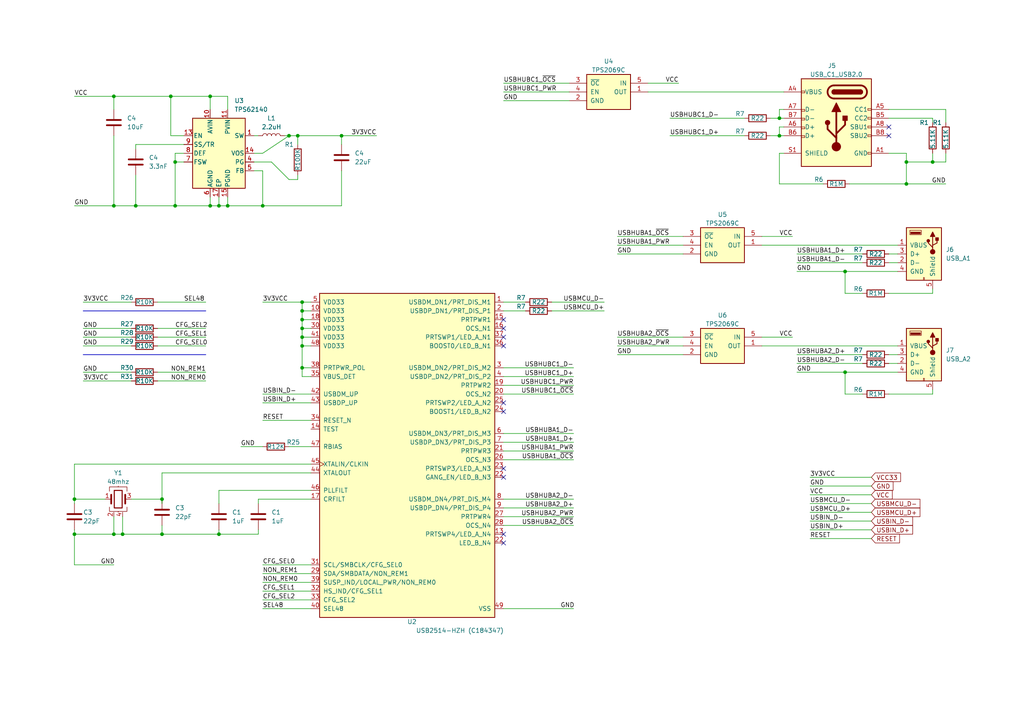
<source format=kicad_sch>
(kicad_sch (version 20230121) (generator eeschema)
  (paper "A4")
  (lib_symbols
    (symbol "Connector:USB_A" (pin_names (offset 1.016))
      (property "Reference" "J6" (at 6.35 1.27 0))
      (property "Value" "USB_A" (at 6.35 -1.27 0))
      (symbol "USB_A_0_1"
        (rectangle (start -5.08 7.62) (end 5.08 -7.62) (stroke (width 0.254)) (fill (type background)))
        (rectangle (start -3.81 6.35) (end -1.016 5.842) (fill (type outline)))
        (rectangle (start -0.762 5.588) (end -4.064 6.858))
        (rectangle (start -0.127 -7.62) (end 0.127 -6.858))
        (polyline (pts (xy 1.905 5.08) (xy 3.175 5.08) (xy 2.54 6.35) (xy 1.905 5.08)) (stroke (width 0.254)) (fill (type outline)))
        (polyline (pts (xy 2.54 1.27) (xy 2.54 1.905) (xy 1.27 3.175) (xy 1.27 3.81)) (stroke (width 0.254)))
        (polyline (pts (xy 2.54 1.905) (xy 2.54 2.54) (xy 3.81 3.175) (xy 3.81 4.445)) (stroke (width 0.254)))
        (circle (center 1.27 3.81) (radius 0.381) (stroke (width 0.254)) (fill (type outline)))
        (circle (center 2.54 0.635) (radius 0.635) (stroke (width 0.254)) (fill (type outline)))
        (rectangle (start 3.429 4.699) (end 4.191 3.937) (stroke (width 0.254)) (fill (type outline)))
      )
      (symbol "USB_A_1_1"
        (polyline (pts (xy 2.54 2.54) (xy 2.54 5.08)) (stroke (width 0.254)))
        (pin power_in line (at -7.62 2.54 0) (length 2.54) (name "VBUS") (number "1"))
        (pin bidirectional line (at -7.62 -2.54 0) (length 2.54) (name "D-") (number "2"))
        (pin bidirectional line (at -7.62 0 0) (length 2.54) (name "D+") (number "3"))
        (pin power_in line (at -7.62 -5.08 0) (length 2.54) (name "GND") (number "4"))
        (pin passive line (at 2.54 -10.16 90) (length 2.54) (name "Shield") (number "5"))
      )
    )
    (symbol "Connector:USB_C_Receptacle_USB2.0" (pin_names (offset 1.016))
      (property "Reference" "J5" (at -1.27 15.24 0))
      (property "Value" "USB_C1_USB2.0" (at 0 13.97 0))
      (symbol "USB_C_Receptacle_USB2.0_0_0"
        (rectangle (start -10.16 3.81) (end -9.144 3.302))
        (rectangle (start -10.16 8.636) (end -9.144 9.144))
        (rectangle (start -9.144 -3.81) (end -10.16 -4.318))
        (rectangle (start -9.144 -1.27) (end -10.16 -1.778))
        (rectangle (start -9.144 1.27) (end -10.16 0.762))
        (rectangle (start 10.16 -9.144) (end 9.144 -8.636))
        (rectangle (start 10.16 -3.556) (end 9.144 -4.064))
        (rectangle (start 10.16 -1.016) (end 9.144 -1.524))
        (rectangle (start 10.16 1.524) (end 9.144 1.016))
        (rectangle (start 10.16 4.064) (end 9.144 3.556))
      )
      (symbol "USB_C_Receptacle_USB2.0_0_1"
        (rectangle (start -10.16 12.7) (end 10.16 -12.7) (stroke (width 0.254)) (fill (type background)))
        (circle (center -2.54 0) (radius 0.635) (stroke (width 0.254)) (fill (type outline)))
        (arc (start -0.635 9.525) (mid -1.2673 8.89) (end -0.635 8.255) (stroke (width 0.254)))
        (arc (start -0.635 9.525) (mid -1.2673 8.89) (end -0.635 8.255) (stroke (width 0.254)) (fill (type outline)))
        (arc (start -0.635 10.795) (mid -2.5317 8.89) (end -0.635 6.985) (stroke (width 0.508)))
        (circle (center 0 -6.985) (radius 1.27) (fill (type outline)))
        (polyline (pts (xy -0.635 10.795) (xy 6.985 10.795)) (stroke (width 0.508)))
        (polyline (pts (xy 0 -6.985) (xy 0 3.175)) (stroke (width 0.508)))
        (polyline (pts (xy 6.985 6.985) (xy -0.635 6.985)) (stroke (width 0.508)))
        (polyline (pts (xy 0 -4.445) (xy -2.54 -1.905) (xy -2.54 -0.635)) (stroke (width 0.508)))
        (polyline (pts (xy 0 -3.175) (xy 2.54 -0.635) (xy 2.54 0.635)) (stroke (width 0.508)))
        (polyline (pts (xy -1.27 3.175) (xy 0 5.715) (xy 1.27 3.175) (xy -1.27 3.175)) (stroke (width 0.254)) (fill (type outline)))
        (rectangle (start 1.905 0.635) (end 3.175 1.905) (stroke (width 0.254)) (fill (type outline)))
        (arc (start 6.985 6.985) (mid 8.8817 8.89) (end 6.985 10.795) (stroke (width 0.508)))
        (rectangle (start 6.985 8.255) (end -0.635 9.525) (stroke (width 0.254)) (fill (type outline)))
        (arc (start 6.985 8.255) (mid 7.6173 8.89) (end 6.985 9.525) (stroke (width 0.254)))
        (arc (start 6.985 8.255) (mid 7.6173 8.89) (end 6.985 9.525) (stroke (width 0.254)) (fill (type outline)))
      )
      (symbol "USB_C_Receptacle_USB2.0_1_1"
        (pin passive line (at 15.24 -8.89 180) (length 5.08) (name "GND") (number "A1"))
        (pin passive line (at 15.24 -8.89 180) (length 5.08) hide (name "GND") (number "A12"))
        (pin passive line (at -15.24 8.89 0) (length 5.08) (name "VBUS") (number "A4"))
        (pin bidirectional line (at 15.24 3.81 180) (length 5.08) (name "CC1") (number "A5"))
        (pin bidirectional line (at -15.24 -1.27 0) (length 5.08) (name "D+") (number "A6"))
        (pin bidirectional line (at -15.24 3.81 0) (length 5.08) (name "D-") (number "A7"))
        (pin bidirectional line (at 15.24 -1.27 180) (length 5.08) (name "SBU1") (number "A8"))
        (pin passive line (at -15.24 8.89 0) (length 5.08) hide (name "VBUS") (number "A9"))
        (pin passive line (at 15.24 -8.89 180) (length 5.08) hide (name "GND") (number "B1"))
        (pin passive line (at 15.24 -8.89 180) (length 5.08) hide (name "GND") (number "B12"))
        (pin passive line (at -15.24 8.89 0) (length 5.08) hide (name "VBUS") (number "B4"))
        (pin bidirectional line (at 15.24 1.27 180) (length 5.08) (name "CC2") (number "B5"))
        (pin bidirectional line (at -15.24 -3.81 0) (length 5.08) (name "D+") (number "B6"))
        (pin bidirectional line (at -15.24 1.27 0) (length 5.08) (name "D-") (number "B7"))
        (pin bidirectional line (at 15.24 -3.81 180) (length 5.08) (name "SBU2") (number "B8"))
        (pin passive line (at -15.24 8.89 0) (length 5.08) hide (name "VBUS") (number "B9"))
        (pin passive line (at -15.24 -8.89 0) (length 5.08) (name "SHIELD") (number "S1"))
      )
    )
    (symbol "Device:C" (pin_numbers hide) (pin_names (offset 0.254))
      (property "Reference" "C" (at 0.635 2.54 0))
      (property "Value" "C" (at 0.635 -2.54 0))
      (symbol "C_0_1"
        (polyline (pts (xy -2.032 -0.762) (xy 2.032 -0.762)) (stroke (width 0.508)))
        (polyline (pts (xy -2.032 0.762) (xy 2.032 0.762)) (stroke (width 0.508)))
      )
      (symbol "C_1_1"
        (pin passive line (at 0 3.81 270) (length 2.794) (name "~") (number "1"))
        (pin passive line (at 0 -3.81 90) (length 2.794) (name "~") (number "2"))
      )
    )
    (symbol "Device:Crystal_GND24" (pin_names (offset 1.016) hide)
      (property "Reference" "Y1" (at 11.43 4.1909 0))
      (property "Value" "Crystal_GND24" (at 11.43 1.6509 0))
      (symbol "Crystal_GND24_0_1"
        (rectangle (start -1.143 2.54) (end 1.143 -2.54) (stroke (width 0.3048)))
        (polyline (pts (xy -2.54 0) (xy -2.032 0)))
        (polyline (pts (xy -2.032 -1.27) (xy -2.032 1.27)) (stroke (width 0.508)))
        (polyline (pts (xy 0 -3.81) (xy 0 -3.556)))
        (polyline (pts (xy 0 3.556) (xy 0 3.81)))
        (polyline (pts (xy 2.032 -1.27) (xy 2.032 1.27)) (stroke (width 0.508)))
        (polyline (pts (xy 2.032 0) (xy 2.54 0)))
        (polyline (pts (xy -2.54 -2.286) (xy -2.54 -3.556) (xy 2.54 -3.556) (xy 2.54 -2.286)))
        (polyline (pts (xy -2.54 2.286) (xy -2.54 3.556) (xy 2.54 3.556) (xy 2.54 2.286)))
      )
      (symbol "Crystal_GND24_1_1"
        (pin passive line (at -3.81 0 0) (length 1.27) (name "1") (number "1"))
        (pin passive line (at -1.27 -5.08 90) (length 1.27) (name "2") (number "2"))
        (pin passive line (at 3.81 0 180) (length 1.27) (name "3") (number "3"))
        (pin passive line (at 1.27 -5.08 90) (length 1.27) (name "4") (number "4"))
      )
    )
    (symbol "Device:L" (pin_numbers hide) (pin_names (offset 1.016) hide)
      (property "Reference" "L" (at -1.27 0 90))
      (property "Value" "L" (at 1.905 0 90))
      (symbol "L_0_1"
        (arc (start 0 -2.54) (mid 0.6323 -1.905) (end 0 -1.27))
        (arc (start 0 -1.27) (mid 0.6323 -0.635) (end 0 0))
        (arc (start 0 0) (mid 0.6323 0.635) (end 0 1.27))
        (arc (start 0 1.27) (mid 0.6323 1.905) (end 0 2.54))
      )
      (symbol "L_1_1"
        (pin passive line (at 0 3.81 270) (length 1.27) (name "1") (number "1"))
        (pin passive line (at 0 -3.81 90) (length 1.27) (name "2") (number "2"))
      )
    )
    (symbol "Device:R" (pin_numbers hide) (pin_names (offset 0))
      (property "Reference" "R" (at 2.032 0 90))
      (property "Value" "R" (at 0 0 90))
      (symbol "R_0_1"
        (rectangle (start -1.016 -2.54) (end 1.016 2.54) (stroke (width 0.254)))
      )
      (symbol "R_1_1"
        (pin passive line (at 0 3.81 270) (length 1.27) (name "~") (number "1"))
        (pin passive line (at 0 -3.81 90) (length 1.27) (name "~") (number "2"))
      )
    )
    (symbol "Interface_USB:USB2514B_Bi" (pin_names (offset 1.016))
      (property "Reference" "U2" (at 0 -48.26 0))
      (property "Value" "USB2514-HZH (C184347)" (at 2.54 -50.8 0))
      (symbol "USB2514B_Bi_0_1"
        (rectangle (start -25.4 46.99) (end 25.4 -46.99) (stroke (width 0.254)) (fill (type background)))
      )
      (symbol "USB2514B_Bi_1_1"
        (pin bidirectional line (at 27.94 44.45 180) (length 2.54) (name "USBDM_DN1/PRT_DIS_M1") (number "1"))
        (pin power_in line (at -27.94 41.91 0) (length 2.54) (name "VDD33") (number "10"))
        (pin bidirectional line (at 27.94 -22.86 180) (length 2.54) (name "PRTSWP4/LED_A_N4") (number "13"))
        (pin input line (at -27.94 7.62 0) (length 2.54) (name "TEST") (number "14"))
        (pin bidirectional line (at 27.94 39.37 180) (length 2.54) (name "PRTPWR1") (number "15"))
        (pin input line (at 27.94 36.83 180) (length 2.54) (name "OCS_N1") (number "16"))
        (pin input line (at -27.94 -12.7 0) (length 2.54) (name "CRFILT") (number "17"))
        (pin power_in line (at -27.94 39.37 0) (length 2.54) (name "VDD33") (number "18"))
        (pin bidirectional line (at 27.94 20.32 180) (length 2.54) (name "PRTPWR2") (number "19"))
        (pin bidirectional line (at 27.94 41.91 180) (length 2.54) (name "USBDP_DN1/PRT_DIS_P1") (number "2"))
        (pin input line (at 27.94 17.78 180) (length 2.54) (name "OCS_N2") (number "20"))
        (pin bidirectional line (at 27.94 1.27 180) (length 2.54) (name "PRTPWR3") (number "21"))
        (pin bidirectional line (at 27.94 -6.35 180) (length 2.54) (name "GANG_EN/LED_B_N3") (number "22"))
        (pin bidirectional line (at 27.94 -25.4 180) (length 2.54) (name "LED_B_N4") (number "22"))
        (pin bidirectional line (at 27.94 -3.81 180) (length 2.54) (name "PRTSWP3/LED_A_N3") (number "23"))
        (pin bidirectional line (at 27.94 12.7 180) (length 2.54) (name "BOOST1/LED_B_N2") (number "24"))
        (pin bidirectional line (at 27.94 15.24 180) (length 2.54) (name "PRTSWP2/LED_A_N2") (number "25"))
        (pin input line (at 27.94 -1.27 180) (length 2.54) (name "OCS_N3") (number "26"))
        (pin bidirectional line (at 27.94 -17.78 180) (length 2.54) (name "PRTPWR4") (number "27"))
        (pin input line (at 27.94 -20.32 180) (length 2.54) (name "OCS_N4") (number "28"))
        (pin bidirectional line (at -27.94 -34.29 0) (length 2.54) (name "SDA/SMBDATA/NON_REM1") (number "29"))
        (pin bidirectional line (at 27.94 25.4 180) (length 2.54) (name "USBDM_DN2/PRT_DIS_M2") (number "3"))
        (pin power_in line (at -27.94 36.83 0) (length 2.54) (name "VDD33") (number "30"))
        (pin bidirectional line (at -27.94 -31.75 0) (length 2.54) (name "SCL/SMBCLK/CFG_SEL0") (number "31"))
        (pin bidirectional line (at -27.94 -39.37 0) (length 2.54) (name "HS_IND/CFG_SEL1") (number "32"))
        (pin bidirectional line (at -27.94 -41.91 0) (length 2.54) (name "CFG_SEL2") (number "33"))
        (pin input line (at -27.94 10.16 0) (length 2.54) (name "RESET_N") (number "34"))
        (pin input line (at -27.94 22.86 0) (length 2.54) (name "VBUS_DET") (number "35"))
        (pin bidirectional line (at 27.94 31.75 180) (length 2.54) (name "BOOST0/LED_B_N1") (number "36"))
        (pin bidirectional line (at 27.94 34.29 180) (length 2.54) (name "PRTSWP1/LED_A_N1") (number "37"))
        (pin input line (at -27.94 25.4 0) (length 2.54) (name "PRTPWR_POL") (number "38"))
        (pin bidirectional line (at -27.94 -36.83 0) (length 2.54) (name "SUSP_IND/LOCAL_PWR/NON_REM0") (number "39"))
        (pin bidirectional line (at 27.94 22.86 180) (length 2.54) (name "USBDP_DN2/PRT_DIS_P2") (number "4"))
        (pin bidirectional line (at -27.94 -44.45 0) (length 2.54) (name "SEL48") (number "40"))
        (pin power_in line (at -27.94 34.29 0) (length 2.54) (name "VDD33") (number "41"))
        (pin bidirectional line (at -27.94 17.78 0) (length 2.54) (name "USBDM_UP") (number "42"))
        (pin bidirectional line (at -27.94 15.24 0) (length 2.54) (name "USBDP_UP") (number "43"))
        (pin output line (at -27.94 -5.08 0) (length 2.54) (name "XTALOUT") (number "44"))
        (pin input clock (at -27.94 -2.54 0) (length 2.54) (name "XTALIN/CLKIN") (number "45"))
        (pin input line (at -27.94 -10.16 0) (length 2.54) (name "PLLFILT") (number "46"))
        (pin input line (at -27.94 2.54 0) (length 2.54) (name "RBIAS") (number "47"))
        (pin power_in line (at -27.94 31.75 0) (length 2.54) (name "VDD33") (number "48"))
        (pin power_in line (at 27.94 -44.45 180) (length 2.54) (name "VSS") (number "49"))
        (pin power_in line (at -27.94 44.45 0) (length 2.54) (name "VDD33") (number "5"))
        (pin bidirectional line (at 27.94 6.35 180) (length 2.54) (name "USBDM_DN3/PRT_DIS_M3") (number "6"))
        (pin bidirectional line (at 27.94 3.81 180) (length 2.54) (name "USBDP_DN3/PRT_DIS_P3") (number "7"))
        (pin bidirectional line (at 27.94 -12.7 180) (length 2.54) (name "USBDM_DN4/PRT_DIS_M4") (number "8"))
        (pin bidirectional line (at 27.94 -15.24 180) (length 2.54) (name "USBDP_DN4/PRT_DIS_P4") (number "9"))
      )
    )
    (symbol "Power_Management:TPS2041B" (pin_names (offset 1.016))
      (property "Reference" "U4" (at 0 8.89 0))
      (property "Value" "TPS2069C" (at 0 6.35 0))
      (symbol "TPS2041B_0_1"
        (rectangle (start -6.35 5.08) (end 6.35 -5.08) (stroke (width 0.254)) (fill (type background)))
      )
      (symbol "TPS2041B_1_1"
        (pin power_out line (at 11.43 0 180) (length 5.08) (name "OUT") (number "1"))
        (pin power_in line (at -11.43 -2.54 0) (length 5.08) (name "GND") (number "2"))
        (pin open_collector line (at -11.43 2.54 0) (length 5.08) (name "~{OC}") (number "3"))
        (pin input line (at -11.43 0 0) (length 5.08) (name "EN") (number "4"))
        (pin power_in line (at 11.43 2.54 180) (length 5.08) (name "IN") (number "5"))
      )
    )
    (symbol "R_1" (pin_numbers hide) (pin_names (offset 0))
      (property "Reference" "R35" (at -1.27 2.54 90))
      (property "Value" "5.11K" (at 0 -3.81 90))
      (symbol "R_1_0_1"
        (rectangle (start -1.016 2.54) (end 1.016 -3.81) (stroke (width 0.254)))
      )
      (symbol "R_1_1_1"
        (pin passive line (at 0 3.81 270) (length 1.27) (name "~") (number "1"))
        (pin passive line (at 0 -5.08 90) (length 1.27) (name "~") (number "2"))
      )
    )
    (symbol "Regulator_Switching:TPS62140" (pin_names (offset 0.254))
      (property "Reference" "U" (at 3.81 13.97 0))
      (property "Value" "TPS62140" (at 3.81 11.43 0))
      (symbol "TPS62140_0_1"
        (rectangle (start -7.62 10.16) (end 7.62 -10.16) (stroke (width 0.254)) (fill (type background)))
      )
      (symbol "TPS62140_1_1"
        (pin output line (at 10.16 5.08 180) (length 2.54) (name "SW") (number "1"))
        (pin power_in line (at -2.54 12.7 270) (length 2.54) (name "AVIN") (number "10"))
        (pin power_in line (at 2.54 12.7 270) (length 2.54) (name "PVIN") (number "11"))
        (pin passive line (at 2.54 12.7 270) (length 2.54) hide (name "PVIN") (number "12"))
        (pin input line (at -10.16 5.08 0) (length 2.54) (name "EN") (number "13"))
        (pin input line (at 10.16 0 180) (length 2.54) (name "VOS") (number "14"))
        (pin power_in line (at 2.54 -12.7 90) (length 2.54) (name "PGND") (number "15"))
        (pin passive line (at 2.54 -12.7 90) (length 2.54) hide (name "PGND") (number "16"))
        (pin power_in line (at 0 -12.7 90) (length 2.54) (name "EP") (number "17"))
        (pin passive line (at 10.16 5.08 180) (length 2.54) hide (name "SW") (number "2"))
        (pin passive line (at 10.16 5.08 180) (length 2.54) hide (name "SW") (number "3"))
        (pin open_collector line (at 10.16 -2.54 180) (length 2.54) (name "PG") (number "4"))
        (pin input line (at 10.16 -5.08 180) (length 2.54) (name "FB") (number "5"))
        (pin power_in line (at -2.54 -12.7 90) (length 2.54) (name "AGND") (number "6"))
        (pin input line (at -10.16 -2.54 0) (length 2.54) (name "FSW") (number "7"))
        (pin input line (at -10.16 0 0) (length 2.54) (name "DEF") (number "8"))
        (pin input line (at -10.16 2.54 0) (length 2.54) (name "SS/TR") (number "9"))
      )
    )
  )
  (junction (at 21.59 154.94))
  (junction (at 60.96 59.69))
  (junction (at 87.63 106.68))
  (junction (at 39.37 59.69))
  (junction (at 87.63 90.17))
  (junction (at 245.11 78.74))
  (junction (at 50.8 59.69))
  (junction (at 33.02 154.94))
  (junction (at 87.63 97.79))
  (junction (at 226.06 34.29))
  (junction (at 99.06 39.37))
  (junction (at 87.63 92.71))
  (junction (at 50.8 46.99))
  (junction (at 226.06 39.37))
  (junction (at 60.96 27.94))
  (junction (at 83.82 39.37))
  (junction (at 46.99 154.94))
  (junction (at 63.5 154.94))
  (junction (at 87.63 95.25))
  (junction (at 35.56 154.94))
  (junction (at 33.02 27.94))
  (junction (at 66.04 59.69))
  (junction (at 63.5 59.69))
  (junction (at 49.53 27.94))
  (junction (at 33.02 59.69))
  (junction (at 270.51 46.99))
  (junction (at 21.59 144.78))
  (junction (at 87.63 87.63))
  (junction (at 245.11 107.95))
  (junction (at 262.89 53.34))
  (junction (at 87.63 100.33))
  (junction (at 86.36 39.37))
  (junction (at 46.99 144.78))
  (junction (at 262.89 46.99))
  (junction (at 76.2 59.69))
  (no_connect (at 146.05 97.79))
  (no_connect (at 146.05 119.38))
  (no_connect (at 146.05 92.71))
  (no_connect (at 146.05 154.94))
  (no_connect (at 146.05 116.84))
  (no_connect (at 257.81 36.83))
  (no_connect (at 146.05 95.25))
  (no_connect (at 146.05 135.89))
  (no_connect (at 146.05 138.43))
  (no_connect (at 257.81 39.37))
  (no_connect (at 146.05 157.48))
  (no_connect (at 146.05 100.33))
  (wire (pts (xy 76.2 116.84) (xy 90.17 116.84)))
  (wire (pts (xy 66.04 31.75) (xy 66.04 27.94)))
  (wire (pts (xy 90.17 92.71) (xy 87.63 92.71)))
  (wire (pts (xy 21.59 144.78) (xy 30.48 144.78)))
  (wire (pts (xy 245.11 85.09) (xy 245.11 78.74)))
  (wire (pts (xy 63.5 142.24) (xy 63.5 146.05)))
  (wire (pts (xy 187.96 26.67) (xy 227.33 26.67)))
  (wire (pts (xy 187.96 24.13) (xy 196.85 24.13)))
  (wire (pts (xy 227.33 39.37) (xy 226.06 39.37)))
  (wire (pts (xy 179.07 97.79) (xy 198.12 97.79)))
  (wire (pts (xy 69.85 129.54) (xy 76.2 129.54)))
  (wire (pts (xy 63.5 154.94) (xy 46.99 154.94)))
  (wire (pts (xy 226.06 53.34) (xy 238.76 53.34)))
  (wire (pts (xy 83.82 129.54) (xy 90.17 129.54)))
  (wire (pts (xy 146.05 114.3) (xy 166.37 114.3)))
  (wire (pts (xy 257.81 114.3) (xy 270.51 114.3)))
  (wire (pts (xy 223.52 39.37) (xy 226.06 39.37)))
  (wire (pts (xy 245.11 78.74) (xy 260.35 78.74)))
  (wire (pts (xy 99.06 39.37) (xy 109.22 39.37)))
  (wire (pts (xy 262.89 46.99) (xy 270.51 46.99)))
  (wire (pts (xy 194.31 34.29) (xy 215.9 34.29)))
  (wire (pts (xy 63.5 57.15) (xy 63.5 59.69)))
  (wire (pts (xy 226.06 31.75) (xy 227.33 31.75)))
  (wire (pts (xy 33.02 149.86) (xy 33.02 154.94)))
  (wire (pts (xy 33.02 27.94) (xy 33.02 31.75)))
  (wire (pts (xy 175.26 90.17) (xy 160.02 90.17)))
  (wire (pts (xy 60.96 31.75) (xy 60.96 27.94)))
  (wire (pts (xy 50.8 44.45) (xy 50.8 46.99)))
  (wire (pts (xy 21.59 59.69) (xy 33.02 59.69)))
  (wire (pts (xy 76.2 168.91) (xy 90.17 168.91)))
  (wire (pts (xy 257.81 85.09) (xy 270.51 85.09)))
  (wire (pts (xy 99.06 49.53) (xy 99.06 59.69)))
  (wire (pts (xy 39.37 50.8) (xy 39.37 59.69)))
  (wire (pts (xy 262.89 46.99) (xy 262.89 44.45)))
  (wire (pts (xy 87.63 106.68) (xy 90.17 106.68)))
  (wire (pts (xy 146.05 125.73) (xy 166.37 125.73)))
  (wire (pts (xy 223.52 34.29) (xy 226.06 34.29)))
  (wire (pts (xy 60.96 59.69) (xy 60.96 57.15)))
  (wire (pts (xy 76.2 49.53) (xy 76.2 59.69)))
  (wire (pts (xy 270.51 85.09) (xy 270.51 83.82)))
  (wire (pts (xy 87.63 109.22) (xy 87.63 106.68)))
  (wire (pts (xy 226.06 36.83) (xy 227.33 36.83)))
  (wire (pts (xy 53.34 39.37) (xy 49.53 39.37)))
  (wire (pts (xy 99.06 41.91) (xy 99.06 39.37)))
  (wire (pts (xy 231.14 78.74) (xy 245.11 78.74)))
  (wire (pts (xy 226.06 44.45) (xy 226.06 53.34)))
  (wire (pts (xy 90.17 142.24) (xy 63.5 142.24)))
  (wire (pts (xy 220.98 100.33) (xy 260.35 100.33)))
  (wire (pts (xy 87.63 100.33) (xy 87.63 106.68)))
  (wire (pts (xy 66.04 27.94) (xy 60.96 27.94)))
  (wire (pts (xy 175.26 87.63) (xy 160.02 87.63)))
  (wire (pts (xy 45.72 97.79) (xy 59.69 97.79)))
  (wire (pts (xy 220.98 71.12) (xy 260.35 71.12)))
  (wire (pts (xy 73.66 44.45) (xy 76.2 44.45)))
  (wire (pts (xy 21.59 27.94) (xy 33.02 27.94)))
  (wire (pts (xy 21.59 134.62) (xy 90.17 134.62)))
  (wire (pts (xy 49.53 39.37) (xy 49.53 27.94)))
  (wire (pts (xy 76.2 114.3) (xy 90.17 114.3)))
  (wire (pts (xy 270.51 34.29) (xy 270.51 35.56)))
  (wire (pts (xy 179.07 100.33) (xy 198.12 100.33)))
  (wire (pts (xy 252.73 153.67) (xy 234.95 153.67)))
  (wire (pts (xy 270.51 114.3) (xy 270.51 113.03)))
  (wire (pts (xy 21.59 146.05) (xy 21.59 144.78)))
  (wire (pts (xy 74.93 39.37) (xy 73.66 39.37)))
  (wire (pts (xy 60.96 27.94) (xy 49.53 27.94)))
  (wire (pts (xy 146.05 176.53) (xy 166.37 176.53)))
  (wire (pts (xy 146.05 90.17) (xy 152.4 90.17)))
  (wire (pts (xy 245.11 107.95) (xy 260.35 107.95)))
  (wire (pts (xy 39.37 59.69) (xy 50.8 59.69)))
  (wire (pts (xy 63.5 153.67) (xy 63.5 154.94)))
  (wire (pts (xy 146.05 106.68) (xy 166.37 106.68)))
  (wire (pts (xy 87.63 97.79) (xy 90.17 97.79)))
  (wire (pts (xy 45.72 95.25) (xy 59.69 95.25)))
  (wire (pts (xy 87.63 90.17) (xy 87.63 92.71)))
  (wire (pts (xy 24.13 95.25) (xy 38.1 95.25)))
  (wire (pts (xy 252.73 138.43) (xy 234.95 138.43)))
  (wire (pts (xy 76.2 171.45) (xy 90.17 171.45)))
  (wire (pts (xy 250.19 114.3) (xy 245.11 114.3)))
  (wire (pts (xy 234.95 151.13) (xy 252.73 151.13)))
  (wire (pts (xy 262.89 53.34) (xy 274.32 53.34)))
  (wire (pts (xy 257.81 102.87) (xy 260.35 102.87)))
  (wire (pts (xy 76.2 176.53) (xy 90.17 176.53)))
  (wire (pts (xy 21.59 154.94) (xy 21.59 153.67)))
  (wire (pts (xy 74.93 154.94) (xy 63.5 154.94)))
  (wire (pts (xy 24.13 107.95) (xy 38.1 107.95)))
  (wire (pts (xy 24.13 87.63) (xy 38.1 87.63)))
  (wire (pts (xy 257.81 76.2) (xy 260.35 76.2)))
  (wire (pts (xy 220.98 97.79) (xy 229.87 97.79)))
  (wire (pts (xy 90.17 144.78) (xy 74.93 144.78)))
  (wire (pts (xy 231.14 105.41) (xy 250.19 105.41)))
  (wire (pts (xy 35.56 149.86) (xy 35.56 154.94)))
  (wire (pts (xy 76.2 87.63) (xy 87.63 87.63)))
  (wire (pts (xy 234.95 156.21) (xy 252.73 156.21)))
  (wire (pts (xy 226.06 34.29) (xy 226.06 31.75)))
  (wire (pts (xy 231.14 102.87) (xy 250.19 102.87)))
  (wire (pts (xy 146.05 133.35) (xy 166.37 133.35)))
  (wire (pts (xy 82.55 39.37) (xy 83.82 39.37)))
  (wire (pts (xy 45.72 110.49) (xy 59.69 110.49)))
  (wire (pts (xy 252.73 140.97) (xy 234.95 140.97)))
  (wire (pts (xy 231.14 107.95) (xy 245.11 107.95)))
  (wire (pts (xy 87.63 87.63) (xy 87.63 90.17)))
  (wire (pts (xy 53.34 46.99) (xy 50.8 46.99)))
  (wire (pts (xy 90.17 95.25) (xy 87.63 95.25)))
  (wire (pts (xy 146.05 152.4) (xy 166.37 152.4)))
  (wire (pts (xy 257.81 31.75) (xy 274.32 31.75)))
  (wire (pts (xy 46.99 144.78) (xy 46.99 137.16)))
  (wire (pts (xy 83.82 52.07) (xy 86.36 52.07)))
  (wire (pts (xy 270.51 44.45) (xy 270.51 46.99)))
  (wire (pts (xy 179.07 68.58) (xy 198.12 68.58)))
  (wire (pts (xy 274.32 31.75) (xy 274.32 35.56)))
  (wire (pts (xy 99.06 59.69) (xy 76.2 59.69)))
  (wire (pts (xy 194.31 39.37) (xy 215.9 39.37)))
  (wire (pts (xy 73.66 49.53) (xy 76.2 49.53)))
  (wire (pts (xy 90.17 87.63) (xy 87.63 87.63)))
  (wire (pts (xy 146.05 149.86) (xy 166.37 149.86)))
  (wire (pts (xy 35.56 154.94) (xy 46.99 154.94)))
  (wire (pts (xy 246.38 53.34) (xy 262.89 53.34)))
  (wire (pts (xy 76.2 121.92) (xy 90.17 121.92)))
  (wire (pts (xy 90.17 109.22) (xy 87.63 109.22)))
  (wire (pts (xy 252.73 146.05) (xy 234.95 146.05)))
  (wire (pts (xy 250.19 85.09) (xy 245.11 85.09)))
  (wire (pts (xy 33.02 154.94) (xy 35.56 154.94)))
  (wire (pts (xy 257.81 73.66) (xy 260.35 73.66)))
  (wire (pts (xy 227.33 44.45) (xy 226.06 44.45)))
  (wire (pts (xy 76.2 163.83) (xy 90.17 163.83)))
  (wire (pts (xy 21.59 163.83) (xy 33.02 163.83)))
  (wire (pts (xy 146.05 128.27) (xy 166.37 128.27)))
  (wire (pts (xy 257.81 34.29) (xy 270.51 34.29)))
  (wire (pts (xy 45.72 87.63) (xy 59.69 87.63)))
  (wire (pts (xy 274.32 44.45) (xy 274.32 46.99)))
  (wire (pts (xy 76.2 44.45) (xy 83.82 39.37)))
  (wire (pts (xy 33.02 39.37) (xy 33.02 59.69)))
  (wire (pts (xy 24.13 110.49) (xy 38.1 110.49)))
  (wire (pts (xy 220.98 68.58) (xy 229.87 68.58)))
  (wire (pts (xy 76.2 166.37) (xy 90.17 166.37)))
  (wire (pts (xy 227.33 34.29) (xy 226.06 34.29)))
  (wire (pts (xy 86.36 41.91) (xy 86.36 39.37)))
  (wire (pts (xy 78.74 46.99) (xy 83.82 52.07)))
  (wire (pts (xy 53.34 41.91) (xy 39.37 41.91)))
  (wire (pts (xy 146.05 111.76) (xy 166.37 111.76)))
  (wire (pts (xy 45.72 107.95) (xy 59.69 107.95)))
  (wire (pts (xy 46.99 152.4) (xy 46.99 154.94)))
  (wire (pts (xy 146.05 29.21) (xy 165.1 29.21)))
  (wire (pts (xy 45.72 100.33) (xy 59.69 100.33)))
  (wire (pts (xy 146.05 130.81) (xy 166.37 130.81)))
  (wire (pts (xy 33.02 27.94) (xy 49.53 27.94)))
  (wire (pts (xy 87.63 100.33) (xy 87.63 97.79)))
  (wire (pts (xy 226.06 39.37) (xy 226.06 36.83)))
  (wire (pts (xy 21.59 134.62) (xy 21.59 144.78)))
  (wire (pts (xy 90.17 100.33) (xy 87.63 100.33)))
  (wire (pts (xy 270.51 46.99) (xy 274.32 46.99)))
  (wire (pts (xy 74.93 144.78) (xy 74.93 146.05)))
  (wire (pts (xy 38.1 144.78) (xy 46.99 144.78)))
  (wire (pts (xy 46.99 146.05) (xy 46.99 144.78)))
  (wire (pts (xy 24.13 100.33) (xy 38.1 100.33)))
  (wire (pts (xy 39.37 41.91) (xy 39.37 43.18)))
  (wire (pts (xy 146.05 144.78) (xy 166.37 144.78)))
  (wire (pts (xy 66.04 57.15) (xy 66.04 59.69)))
  (wire (pts (xy 179.07 73.66) (xy 198.12 73.66)))
  (wire (pts (xy 21.59 154.94) (xy 33.02 154.94)))
  (wire (pts (xy 86.36 52.07) (xy 86.36 50.8)))
  (wire (pts (xy 90.17 90.17) (xy 87.63 90.17)))
  (wire (pts (xy 76.2 59.69) (xy 66.04 59.69)))
  (wire (pts (xy 231.14 73.66) (xy 250.19 73.66)))
  (wire (pts (xy 53.34 44.45) (xy 50.8 44.45)))
  (wire (pts (xy 87.63 95.25) (xy 87.63 97.79)))
  (wire (pts (xy 63.5 59.69) (xy 60.96 59.69)))
  (wire (pts (xy 83.82 39.37) (xy 86.36 39.37)))
  (wire (pts (xy 146.05 147.32) (xy 166.37 147.32)))
  (wire (pts (xy 86.36 39.37) (xy 99.06 39.37)))
  (wire (pts (xy 50.8 59.69) (xy 60.96 59.69)))
  (wire (pts (xy 245.11 114.3) (xy 245.11 107.95)))
  (wire (pts (xy 66.04 59.69) (xy 63.5 59.69)))
  (wire (pts (xy 76.2 173.99) (xy 90.17 173.99)))
  (wire (pts (xy 50.8 46.99) (xy 50.8 59.69)))
  (wire (pts (xy 74.93 153.67) (xy 74.93 154.94)))
  (wire (pts (xy 252.73 143.51) (xy 234.95 143.51)))
  (wire (pts (xy 231.14 76.2) (xy 250.19 76.2)))
  (wire (pts (xy 39.37 59.69) (xy 33.02 59.69)))
  (wire (pts (xy 146.05 26.67) (xy 165.1 26.67)))
  (wire (pts (xy 262.89 46.99) (xy 262.89 53.34)))
  (wire (pts (xy 24.13 97.79) (xy 38.1 97.79)))
  (wire (pts (xy 179.07 71.12) (xy 198.12 71.12)))
  (wire (pts (xy 257.81 105.41) (xy 260.35 105.41)))
  (wire (pts (xy 146.05 24.13) (xy 165.1 24.13)))
  (wire (pts (xy 146.05 109.22) (xy 166.37 109.22)))
  (wire (pts (xy 252.73 148.59) (xy 234.95 148.59)))
  (wire (pts (xy 179.07 102.87) (xy 198.12 102.87)))
  (wire (pts (xy 46.99 137.16) (xy 90.17 137.16)))
  (wire (pts (xy 73.66 46.99) (xy 78.74 46.99)))
  (wire (pts (xy 21.59 154.94) (xy 21.59 163.83)))
  (wire (pts (xy 257.81 44.45) (xy 262.89 44.45)))
  (wire (pts (xy 146.05 87.63) (xy 152.4 87.63)))
  (wire (pts (xy 87.63 92.71) (xy 87.63 95.25)))
  (rectangle (start 24.13 102.87) (end 59.69 102.87) (stroke (width 0.2)))
  (rectangle (start 24.13 90.17) (end 59.69 90.17) (stroke (width 0.2)))
  (label "USBMCU_D-" (at 234.95 146.05 0))
  (label "NON_REM1" (at 49.53 107.95 0))
  (label "USBHUBA2_~{OCS}" (at 179.07 97.79 0))
  (label "GND" (at 274.32 53.34 180))
  (label "3V3VCC" (at 76.2 87.63 0))
  (label "3V3VCC" (at 109.22 39.37 180))
  (label "USBHUBC1_D-" (at 166.37 106.68 180))
  (label "3V3VCC" (at 24.13 110.49 0))
  (label "GND" (at 69.85 129.54 0))
  (label "USBHUBC1_PWR" (at 146.05 26.67 0))
  (label "CFG_SEL2" (at 76.2 173.99 0))
  (label "USBIN_D-" (at 234.95 151.13 0))
  (label "GND" (at 162.56 176.53 0))
  (label "VCC" (at 226.06 97.79 0))
  (label "GND" (at 24.13 95.25 0))
  (label "USBMCU_D+" (at 175.26 90.17 180))
  (label "VCC" (at 196.85 24.13 180))
  (label "USBHUBA1_D-" (at 231.14 76.2 0))
  (label "USBHUBA1_~{OCS}" (at 166.37 133.35 180))
  (label "VCC" (at 21.59 27.94 0))
  (label "USBHUBA1_~{OCS}" (at 179.07 68.58 0))
  (label "CFG_SEL1" (at 76.2 171.45 0))
  (label "GND" (at 179.07 102.87 0))
  (label "GND" (at 231.14 107.95 0))
  (label "GND" (at 231.14 78.74 0))
  (label "GND" (at 234.95 140.97 0))
  (label "CFG_SEL0" (at 76.2 163.83 0))
  (label "NON_REM0" (at 49.53 110.49 0))
  (label "CFG_SEL0" (at 50.8 100.33 0))
  (label "GND" (at 21.59 59.69 0))
  (label "USBHUBA2_D+" (at 231.14 102.87 0))
  (label "GND" (at 179.07 73.66 0))
  (label "USBHUBC1_~{OCS}" (at 146.05 24.13 0))
  (label "USBIN_D+" (at 76.2 116.84 0))
  (label "NON_REM1" (at 76.2 166.37 0))
  (label "3V3VCC" (at 24.13 87.63 0))
  (label "GND" (at 24.13 100.33 0))
  (label "NON_REM0" (at 76.2 168.91 0))
  (label "VCC" (at 234.95 143.51 0))
  (label "RESET" (at 76.2 121.92 0))
  (label "USBIN_D-" (at 76.2 114.3 0))
  (label "RESET" (at 234.95 156.21 0))
  (label "USBHUBC1_PWR" (at 166.37 111.76 180))
  (label "USBHUBA2_D-" (at 166.37 144.78 180))
  (label "USBHUBC1_~{OCS}" (at 166.37 114.3 180))
  (label "USBHUBC1_D+" (at 194.31 39.37 0))
  (label "USBHUBA1_PWR" (at 179.07 71.12 0))
  (label "USBMCU_D-" (at 175.26 87.63 180))
  (label "GND" (at 24.13 107.95 0))
  (label "VCC" (at 229.87 68.58 180))
  (label "USBHUBA1_D-" (at 166.37 125.73 180))
  (label "USBHUBA2_PWR" (at 179.07 100.33 0))
  (label "USBHUBA2_D-" (at 231.14 105.41 0))
  (label "CFG_SEL1" (at 50.8 97.79 0))
  (label "USBHUBA2_PWR" (at 166.37 149.86 180))
  (label "3V3VCC" (at 234.95 138.43 0))
  (label "USBHUBA1_D+" (at 231.14 73.66 0))
  (label "USBHUBA2_~{OCS}" (at 166.37 152.4 180))
  (label "CFG_SEL2" (at 50.8 95.25 0))
  (label "USBHUBA1_PWR" (at 166.37 130.81 180))
  (label "GND" (at 146.05 29.21 0))
  (label "USBHUBC1_D-" (at 194.31 34.29 0))
  (label "SEL48" (at 53.34 87.63 0))
  (label "USBIN_D+" (at 234.95 153.67 0))
  (label "GND" (at 24.13 97.79 0))
  (label "GND" (at 29.21 163.83 0))
  (label "USBHUBA1_D+" (at 166.37 128.27 180))
  (label "USBHUBC1_D+" (at 166.37 109.22 180))
  (label "USBMCU_D+" (at 234.95 148.59 0))
  (label "USBHUBA2_D+" (at 166.37 147.32 180))
  (label "SEL48" (at 76.2 176.53 0))
  (global_label "RESET" (shape input) (at 252.73 156.21 0) (property "Intersheetrefs" "${INTERSHEET_REFS}" (effects hide)))
  (global_label "USBIN_D+" (shape input) (at 252.73 153.67 0) (property "Intersheetrefs" "${INTERSHEET_REFS}" (effects hide)))
  (global_label "USBIN_D-" (shape input) (at 252.73 151.13 0) (property "Intersheetrefs" "${INTERSHEET_REFS}" (effects hide)))
  (global_label "VCC33" (shape input) (at 252.73 138.43 0) (property "Intersheetrefs" "${INTERSHEET_REFS}" (effects hide)))
  (global_label "USBMCU_D+" (shape input) (at 252.73 148.59 0) (property "Intersheetrefs" "${INTERSHEET_REFS}" (effects hide)))
  (global_label "VCC" (shape input) (at 252.73 143.51 0) (property "Intersheetrefs" "${INTERSHEET_REFS}" (effects hide)))
  (global_label "GND" (shape input) (at 252.73 140.97 0) (property "Intersheetrefs" "${INTERSHEET_REFS}" (effects hide)))
  (global_label "USBMCU_D-" (shape input) (at 252.73 146.05 0) (property "Intersheetrefs" "${INTERSHEET_REFS}" (effects hide)))
  (symbol (lib_name "R_1") (lib_id "Device:R") (at 86.36 45.72 0) (unit 1)
    (property "Reference" "R1" (at 82.55 41.91 0) (effects (justify left)))
    (property "Value" "R100K" (at 86.36 49.53 90) (effects (justify left)))
    (property "Footprint" "Resistor_SMD:R_0402_1005Metric" (effects hide))
    (instances (project "keyboard" (path "" (reference "R1") (unit 1)) (path "" (reference "R24") (unit 1)) (path "" (reference "R60") (unit 1))))
  )
  (symbol (lib_name "R_1") (lib_id "Device:R") (at 274.32 39.37 0) (unit 1)
    (property "Reference" "R1" (at 270.51 35.56 0) (effects (justify left)))
    (property "Value" "5.11K" (at 274.32 43.18 90) (effects (justify left)))
    (property "Footprint" "Resistor_SMD:R_0402_1005Metric" (effects hide))
    (instances (project "keyboard" (path "" (reference "R1") (unit 1)) (path "" (reference "R36") (unit 1)) (path "" (reference "R61") (unit 1))))
  )
  (symbol (lib_id "Interface_USB:USB2514B_Bi") (at 118.11 132.08 0) (unit 1)
    (property "Reference" "U2" (at 118.11 180.34 0) (effects (justify left)))
    (property "Value" "USB2514-HZH (C184347)" (at 120.65 182.88 0) (effects (justify left)))
    (property "Footprint" "Package_DFN_QFN:VQFN-48-1EP_7x7mm_P0.5mm_EP4.1x4.1mm_ThermalVias" (effects hide))
    (property "Datasheet" "http://ww1.microchip.com/downloads/en/DeviceDoc/00001692C.pdf" (effects hide))
    (instances (project "keyboard" (path "" (reference "U2") (unit 1)) (path "" (reference "U8") (unit 1))))
  )
  (symbol (lib_id "Device:R") (at 41.91 97.79 90) (unit 1)
    (property "Reference" "R28" (at 36.83 96.52 90))
    (property "Value" "R10K" (at 41.91 97.79 90))
    (property "Footprint" "Resistor_SMD:R_0402_1005Metric" (effects hide))
    (instances (project "keyboard" (path "" (reference "R28") (unit 1)) (path "" (reference "R45") (unit 1))))
  )
  (symbol (lib_id "Power_Management:TPS2041B") (at 209.55 71.12 0) (unit 1)
    (property "Reference" "U5" (at 209.55 62.23 0))
    (property "Value" "TPS2069C" (at 209.55 64.77 0))
    (property "Footprint" "Package_TO_SOT_SMD:SOT-23-5" (effects hide))
    (property "Datasheet" "http://www.ti.com/lit/ds/symlink/tps2041.pdf" (effects hide))
    (instances (project "keyboard" (path "" (reference "U5") (unit 1)) (path "" (reference "U10") (unit 1))))
  )
  (symbol (lib_name "R_1") (lib_id "Device:R") (at 270.51 39.37 0) (unit 1)
    (property "Reference" "R1" (at 266.7 35.56 0) (effects (justify left)))
    (property "Value" "5.11K" (at 270.51 43.18 90) (effects (justify left)))
    (property "Footprint" "Resistor_SMD:R_0402_1005Metric" (effects hide))
    (instances (project "keyboard" (path "" (reference "R1") (unit 1)) (path "" (reference "R35") (unit 1)) (path "" (reference "R60") (unit 1))))
  )
  (symbol (lib_id "Device:R") (at 219.71 39.37 90) (unit 1)
    (property "Reference" "R7" (at 214.63 38.1 90))
    (property "Value" "R22" (at 219.71 39.37 90))
    (property "Footprint" "Resistor_SMD:R_0402_1005Metric" (effects hide))
    (instances (project "keyboard" (path "" (reference "R7") (unit 1)) (path "" (reference "R34") (unit 1)) (path "" (reference "R52") (unit 1))))
  )
  (symbol (lib_id "Device:R") (at 254 105.41 90) (unit 1)
    (property "Reference" "R7" (at 248.92 104.14 90))
    (property "Value" "R22" (at 254 105.41 90))
    (property "Footprint" "Resistor_SMD:R_0402_1005Metric" (effects hide))
    (instances (project "keyboard" (path "" (reference "R7") (unit 1)) (path "" (reference "R40") (unit 1)) (path "" (reference "R58") (unit 1))))
  )
  (symbol (lib_id "Device:L") (at 78.74 39.37 90) (unit 1)
    (property "Reference" "L1" (at 78.74 34.29 90))
    (property "Value" "2.2uH" (at 78.74 36.83 90))
    (property "Footprint" "Inductor_SMD:L_0805_2012Metric" (effects hide))
    (instances (project "keyboard" (path "" (reference "L1") (unit 1)) (path "" (reference "L2") (unit 1))))
  )
  (symbol (lib_id "Device:C") (at 39.37 46.99 0) (unit 1)
    (property "Reference" "C4" (at 43.18 45.72 0) (effects (justify left)))
    (property "Value" "3.3nF" (at 43.18 48.26 0) (effects (justify left)))
    (property "Footprint" "Capacitor_SMD:C_0402_1005Metric" (effects hide))
    (instances (project "keyboard" (path "" (reference "C4") (unit 1)) (path "" (reference "C29") (unit 1)) (path "" (reference "C37") (unit 1))))
  )
  (symbol (lib_id "Connector:USB_C_Receptacle_USB2.0") (at 242.57 35.56 0) (unit 1)
    (property "Reference" "J5" (at 241.3 19.05 0))
    (property "Value" "USB_C1_USB2.0" (at 242.57 21.59 0))
    (property "Footprint" "Connector_USB:USB_C_Receptacle_G-Switch_GT-USB-7010ASV" (effects hide))
    (property "Datasheet" "https://www.usb.org/sites/default/files/documents/usb_type-c.zip" (effects hide))
    (instances (project "keyboard" (path "" (reference "J5") (unit 1)) (path "" (reference "J5") (unit 1)) (path "" (reference "J8") (unit 1))))
  )
  (symbol (lib_id "Device:R") (at 41.91 100.33 90) (unit 1)
    (property "Reference" "R29" (at 36.83 99.06 90))
    (property "Value" "R10K" (at 41.91 100.33 90))
    (property "Footprint" "Resistor_SMD:R_0402_1005Metric" (effects hide))
    (instances (project "keyboard" (path "" (reference "R29") (unit 1)) (path "" (reference "R46") (unit 1))))
  )
  (symbol (lib_id "Device:R") (at 156.21 87.63 90) (unit 1)
    (property "Reference" "R7" (at 151.13 86.36 90))
    (property "Value" "R22" (at 156.21 87.63 90))
    (property "Footprint" "Resistor_SMD:R_0402_1005Metric" (effects hide))
    (instances (project "keyboard" (path "" (reference "R7") (unit 1)) (path "" (reference "R43") (unit 1)) (path "" (reference "R54") (unit 1))))
  )
  (symbol (lib_id "Device:R") (at 254 114.3 90) (unit 1)
    (property "Reference" "R6" (at 248.92 113.03 90))
    (property "Value" "R1M" (at 254 114.3 90))
    (property "Footprint" "Resistor_SMD:R_0603_1608Metric" (effects hide))
    (instances (project "keyboard" (path "" (reference "R6") (unit 1)) (path "" (reference "R42") (unit 1)) (path "" (reference "R59") (unit 1))))
  )
  (symbol (lib_id "Device:R") (at 242.57 53.34 90) (unit 1)
    (property "Reference" "R6" (at 237.49 52.07 90))
    (property "Value" "R1M" (at 242.57 53.34 90))
    (property "Footprint" "Resistor_SMD:R_0603_1608Metric" (effects hide))
    (instances (project "keyboard" (path "" (reference "R6") (unit 1)) (path "" (reference "R32") (unit 1)) (path "" (reference "R53") (unit 1))))
  )
  (symbol (lib_id "Device:R") (at 254 102.87 90) (unit 1)
    (property "Reference" "R7" (at 248.92 101.6 90))
    (property "Value" "R22" (at 254 102.87 90))
    (property "Footprint" "Resistor_SMD:R_0402_1005Metric" (effects hide))
    (instances (project "keyboard" (path "" (reference "R7") (unit 1)) (path "" (reference "R39") (unit 1)) (path "" (reference "R57") (unit 1))))
  )
  (symbol (lib_id "Device:R") (at 41.91 110.49 90) (unit 1)
    (property "Reference" "R31" (at 36.83 109.22 90))
    (property "Value" "R10K" (at 41.91 110.49 90))
    (property "Footprint" "Resistor_SMD:R_0402_1005Metric" (effects hide))
    (instances (project "keyboard" (path "" (reference "R31") (unit 1)) (path "" (reference "R48") (unit 1))))
  )
  (symbol (lib_id "Power_Management:TPS2041B") (at 209.55 100.33 0) (unit 1)
    (property "Reference" "U6" (at 209.55 91.44 0))
    (property "Value" "TPS2069C" (at 209.55 93.98 0))
    (property "Footprint" "Package_TO_SOT_SMD:SOT-23-5" (effects hide))
    (property "Datasheet" "http://www.ti.com/lit/ds/symlink/tps2041.pdf" (effects hide))
    (instances (project "keyboard" (path "" (reference "U6") (unit 1)) (path "" (reference "U11") (unit 1))))
  )
  (symbol (lib_id "Device:R") (at 41.91 87.63 90) (unit 1)
    (property "Reference" "R26" (at 36.83 86.36 90))
    (property "Value" "R10K" (at 41.91 87.63 90))
    (property "Footprint" "Resistor_SMD:R_0402_1005Metric" (effects hide))
    (instances (project "keyboard" (path "" (reference "R26") (unit 1)) (path "" (reference "R43") (unit 1))))
  )
  (symbol (lib_id "Device:Crystal_GND24") (at 34.29 144.78 0) (unit 1)
    (property "Reference" "Y1" (at 34.29 137.16 0))
    (property "Value" "48mhz" (at 34.29 139.7 0))
    (property "Footprint" "Crystal:Crystal_SMD_TXC_7M-4Pin_3.2x2.5mm" (effects hide))
    (instances (project "keyboard" (path "" (reference "Y1") (unit 1)) (path "" (reference "Y2") (unit 1)) (path "" (reference "Y3") (unit 1))))
  )
  (symbol (lib_id "Device:R") (at 219.71 34.29 90) (unit 1)
    (property "Reference" "R7" (at 214.63 33.02 90))
    (property "Value" "R22" (at 219.71 34.29 90))
    (property "Footprint" "Resistor_SMD:R_0402_1005Metric" (effects hide))
    (instances (project "keyboard" (path "" (reference "R7") (unit 1)) (path "" (reference "R33") (unit 1)) (path "" (reference "R51") (unit 1))))
  )
  (symbol (lib_id "Device:R") (at 254 76.2 90) (unit 1)
    (property "Reference" "R7" (at 248.92 74.93 90))
    (property "Value" "R22" (at 254 76.2 90))
    (property "Footprint" "Resistor_SMD:R_0402_1005Metric" (effects hide))
    (instances (project "keyboard" (path "" (reference "R7") (unit 1)) (path "" (reference "R38") (unit 1)) (path "" (reference "R55") (unit 1))))
  )
  (symbol (lib_id "Device:C") (at 33.02 35.56 0) (unit 1)
    (property "Reference" "C4" (at 36.83 34.29 0) (effects (justify left)))
    (property "Value" "10uF" (at 36.83 36.83 0) (effects (justify left)))
    (property "Footprint" "Capacitor_SMD:C_0402_1005Metric" (effects hide))
    (instances (project "keyboard" (path "" (reference "C4") (unit 1)) (path "" (reference "C28") (unit 1)) (path "" (reference "C36") (unit 1))))
  )
  (symbol (lib_id "Device:R") (at 80.01 129.54 90) (unit 1)
    (property "Reference" "R25" (at 85.09 128.27 90))
    (property "Value" "R12K" (at 80.01 129.54 90))
    (property "Footprint" "Resistor_SMD:R_0402_1005Metric" (effects hide))
    (instances (project "keyboard" (path "" (reference "R25") (unit 1)) (path "" (reference "R49") (unit 1))))
  )
  (symbol (lib_id "Device:C") (at 74.93 149.86 0) (unit 1)
    (property "Reference" "C1" (at 78.74 148.59 0) (effects (justify left)))
    (property "Value" "1uF" (at 78.74 151.13 0) (effects (justify left)))
    (property "Footprint" "Capacitor_SMD:C_0402_1005Metric" (effects hide))
    (instances (project "keyboard" (path "" (reference "C1") (unit 1)) (path "" (reference "C33") (unit 1)) (path "" (reference "C40") (unit 1))))
  )
  (symbol (lib_id "Device:C") (at 46.99 148.59 0) (unit 1)
    (property "Reference" "C3" (at 50.8 147.32 0) (effects (justify left)))
    (property "Value" "22pF" (at 50.8 149.86 0) (effects (justify left)))
    (property "Footprint" "Capacitor_SMD:C_0402_1005Metric" (effects hide))
    (instances (project "keyboard" (path "" (reference "C3") (unit 1)) (path "" (reference "C31") (unit 1)) (path "" (reference "C38") (unit 1))))
  )
  (symbol (lib_id "Connector:USB_A") (at 267.97 73.66 0) (unit 1)
    (property "Reference" "J6" (at 274.32 72.39 0) (effects (justify left)))
    (property "Value" "USB_A1" (at 274.32 74.93 0) (effects (justify left)))
    (property "Footprint" "NORMAL_USB_A:GT_USBA" (effects hide))
    (property "Datasheet" " ~" (effects hide))
    (instances (project "keyboard" (path "" (reference "J6") (unit 1)) (path "" (reference "J9") (unit 1))))
  )
  (symbol (lib_id "Regulator_Switching:TPS62140") (at 63.5 44.45 0) (unit 1)
    (property "Reference" "U3" (at 67.9959 29.21 0) (effects (justify left)))
    (property "Value" "TPS62140" (at 67.9959 31.75 0) (effects (justify left)))
    (property "Footprint" "Package_DFN_QFN:VQFN-16-1EP_3x3mm_P0.5mm_EP1.68x1.68mm_ThermalVias" (effects hide))
    (property "Datasheet" "http://www.ti.com/lit/ds/symlink/TPS62140.pdf" (effects hide))
    (instances (project "keyboard" (path "" (reference "U3") (unit 1)) (path "" (reference "U7") (unit 1))))
  )
  (symbol (lib_id "Device:C") (at 63.5 149.86 0) (unit 1)
    (property "Reference" "C1" (at 67.31 148.59 0) (effects (justify left)))
    (property "Value" "1uF" (at 67.31 151.13 0) (effects (justify left)))
    (property "Footprint" "Capacitor_SMD:C_0402_1005Metric" (effects hide))
    (instances (project "keyboard" (path "" (reference "C1") (unit 1)) (path "" (reference "C34") (unit 1)) (path "" (reference "C39") (unit 1))))
  )
  (symbol (lib_id "Device:C") (at 99.06 45.72 0) (unit 1)
    (property "Reference" "C4" (at 102.87 44.45 0) (effects (justify left)))
    (property "Value" "22uF" (at 102.87 46.99 0) (effects (justify left)))
    (property "Footprint" "Capacitor_SMD:C_0402_1005Metric" (effects hide))
    (instances (project "keyboard" (path "" (reference "C4") (unit 1)) (path "" (reference "C30") (unit 1)) (path "" (reference "C41") (unit 1))))
  )
  (symbol (lib_id "Device:R") (at 254 73.66 90) (unit 1)
    (property "Reference" "R7" (at 248.92 72.39 90))
    (property "Value" "R22" (at 254 73.66 90))
    (property "Footprint" "Resistor_SMD:R_0402_1005Metric" (effects hide))
    (instances (project "keyboard" (path "" (reference "R7") (unit 1)) (path "" (reference "R37") (unit 1)) (path "" (reference "R54") (unit 1))))
  )
  (symbol (lib_id "Device:C") (at 21.59 149.86 0) (unit 1)
    (property "Reference" "C3" (at 24.13 148.59 0) (effects (justify left)))
    (property "Value" "22pF" (at 24.13 151.13 0) (effects (justify left)))
    (property "Footprint" "Capacitor_SMD:C_0402_1005Metric" (effects hide))
    (instances (project "keyboard" (path "" (reference "C3") (unit 1)) (path "" (reference "C32") (unit 1)) (path "" (reference "C35") (unit 1))))
  )
  (symbol (lib_id "Device:R") (at 156.21 90.17 90) (unit 1)
    (property "Reference" "R7" (at 151.13 88.9 90))
    (property "Value" "R22" (at 156.21 90.17 90))
    (property "Footprint" "Resistor_SMD:R_0402_1005Metric" (effects hide))
    (instances (project "keyboard" (path "" (reference "R7") (unit 1)) (path "" (reference "R44") (unit 1)) (path "" (reference "R55") (unit 1))))
  )
  (symbol (lib_id "Device:R") (at 41.91 107.95 90) (unit 1)
    (property "Reference" "R30" (at 36.83 106.68 90))
    (property "Value" "R10K" (at 41.91 107.95 90))
    (property "Footprint" "Resistor_SMD:R_0402_1005Metric" (effects hide))
    (instances (project "keyboard" (path "" (reference "R30") (unit 1)) (path "" (reference "R47") (unit 1))))
  )
  (symbol (lib_id "Device:R") (at 41.91 95.25 90) (unit 1)
    (property "Reference" "R27" (at 36.83 93.98 90))
    (property "Value" "R10K" (at 41.91 95.25 90))
    (property "Footprint" "Resistor_SMD:R_0402_1005Metric" (effects hide))
    (instances (project "keyboard" (path "" (reference "R27") (unit 1)) (path "" (reference "R44") (unit 1))))
  )
  (symbol (lib_id "Power_Management:TPS2041B") (at 176.53 26.67 0) (unit 1)
    (property "Reference" "U4" (at 176.53 17.78 0))
    (property "Value" "TPS2069C" (at 176.53 20.32 0))
    (property "Footprint" "Package_TO_SOT_SMD:SOT-23-5" (effects hide))
    (property "Datasheet" "http://www.ti.com/lit/ds/symlink/tps2041.pdf" (effects hide))
    (instances (project "keyboard" (path "" (reference "U4") (unit 1)) (path "" (reference "U9") (unit 1))))
  )
  (symbol (lib_id "Device:R") (at 254 85.09 90) (unit 1)
    (property "Reference" "R6" (at 248.92 83.82 90))
    (property "Value" "R1M" (at 254 85.09 90))
    (property "Footprint" "Resistor_SMD:R_0603_1608Metric" (effects hide))
    (instances (project "keyboard" (path "" (reference "R6") (unit 1)) (path "" (reference "R41") (unit 1)) (path "" (reference "R56") (unit 1))))
  )
  (symbol (lib_id "Connector:USB_A") (at 267.97 102.87 0) (unit 1)
    (property "Reference" "J7" (at 274.32 101.6 0) (effects (justify left)))
    (property "Value" "USB_A2" (at 274.32 104.14 0) (effects (justify left)))
    (property "Footprint" "NORMAL_USB_A:GT_USBA" (effects hide))
    (property "Datasheet" " ~" (effects hide))
    (instances (project "keyboard" (path "" (reference "J7") (unit 1)) (path "" (reference "J10") (unit 1))))
  )
)
</source>
